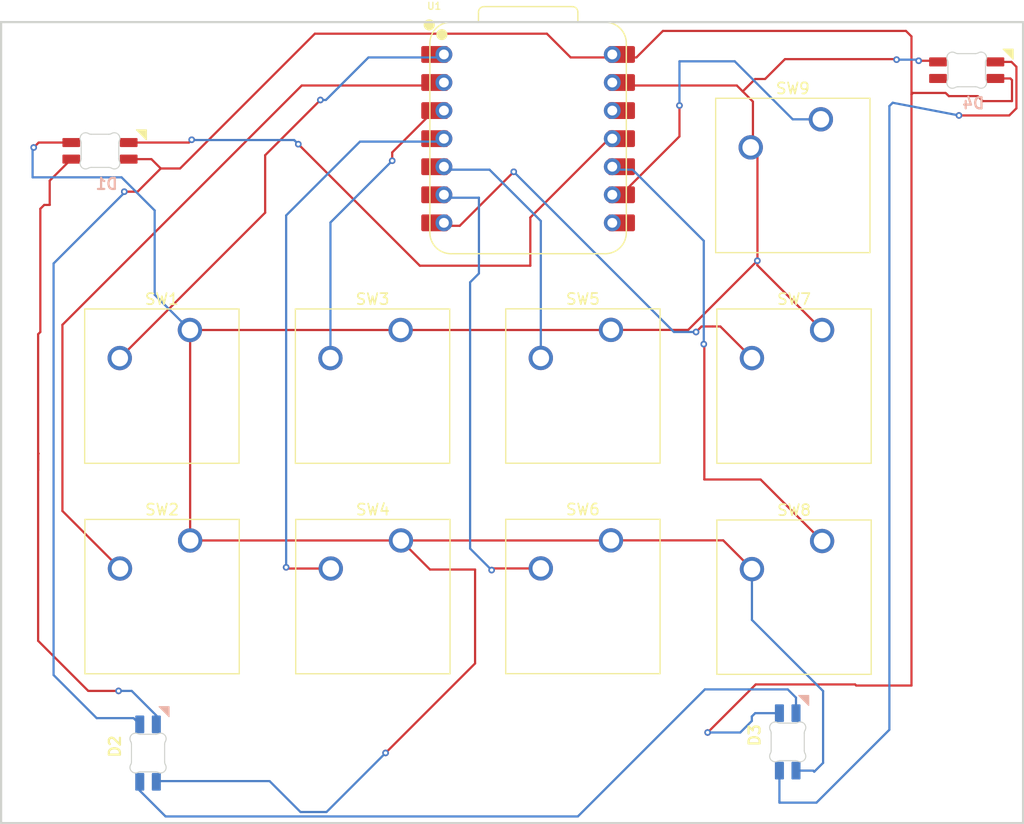
<source format=kicad_pcb>
(kicad_pcb (version 20241229) (generator "pcbnew") (generator_version "9.0")
  (layers (0 "F.Cu" signal) (2 "B.Cu" signal) (13 "F.Paste" user) (15 "B.Paste" user) (5 "F.SilkS" user "F.Silkscreen") (7 "B.SilkS" user "B.Silkscreen") (1 "F.Mask" user) (3 "B.Mask" user) (25 "Edge.Cuts" user))
  (net 0 "")
  (net 2 "GND")
  (net 3 "Net-(D1-DIN)")
  (net 4 "Net-(D1-DOUT)")
  (net 5 "Net-(D1-VDD)")
  (net 6 "Net-(D2-DOUT)")
  (net 7 "Net-(D3-DOUT)")
  (net 8 "Net-(U1-GPIO26{slash}ADC0{slash}A0)")
  (net 9 "Net-(U1-GPIO27{slash}ADC1{slash}A1)")
  (net 10 "Net-(U1-GPIO28{slash}ADC2{slash}A2)")
  (net 11 "Net-(U1-GPIO29{slash}ADC3{slash}A3)")
  (net 12 "Net-(U1-GPIO6{slash}SDA)")
  (net 14 "Net-(U1-GPIO0{slash}TX)")
  (net 16 "Net-(U1-GPIO7{slash}SCL)")
  (net 17 "Net-(U1-GPIO4{slash}MISO)")
  (net 18 "Net-(U1-GPIO2{slash}SCK)")
  (footprint "Button_Switch_Keyboard:SW_Cherry_MX_1.00u_PCB" (layer "F.Cu") (at 153.3 48.81)
    (property "Reference" "SW5" (at -2.54 -2.794 0) (layer "F.SilkS"))
    (property "Value" "SW_Push")
    (fp_line (start -9.525 -1.905) (end 4.445 -1.905) (stroke (width 0.12)) (layer "F.SilkS"))
    (fp_line (start -9.525 12.065) (end -9.525 -1.905) (stroke (width 0.12)) (layer "F.SilkS"))
    (fp_line (start 4.445 -1.905) (end 4.445 12.065) (stroke (width 0.12)) (layer "F.SilkS"))
    (fp_line (start 4.445 12.065) (end -9.525 12.065) (stroke (width 0.12)) (layer "F.SilkS"))
    (pad "" np_thru_hole circle (at -7.62 5.08) (size 1.7 1.7) (drill 1.7) (layers "*.Cu" "*.Mask"))
    (pad "" np_thru_hole circle (at -2.54 5.08) (size 4 4) (drill 4) (layers "*.Cu" "*.Mask"))
    (pad "" np_thru_hole circle (at 2.54 5.08) (size 1.7 1.7) (drill 1.7) (layers "*.Cu" "*.Mask"))
    (pad "1" thru_hole circle (at 0 0) (size 2.2 2.2) (drill 1.5) (layers "*.Cu" "*.Mask") (net 2 "GND"))
    (pad "2" thru_hole circle (at -6.35 2.54) (size 2.2 2.2) (drill 1.5) (layers "*.Cu" "*.Mask") (net 12 "Net-(U1-GPIO6{slash}SDA)"))
  )
  (footprint "Button_Switch_Keyboard:SW_Cherry_MX_1.00u_PCB" (layer "F.Cu") (at 115.19 48.82)
    (property "Reference" "SW1" (at -2.54 -2.794 0) (layer "F.SilkS"))
    (property "Value" "SW_Push")
    (fp_line (start -9.525 -1.905) (end 4.445 -1.905) (stroke (width 0.12)) (layer "F.SilkS"))
    (fp_line (start -9.525 12.065) (end -9.525 -1.905) (stroke (width 0.12)) (layer "F.SilkS"))
    (fp_line (start 4.445 -1.905) (end 4.445 12.065) (stroke (width 0.12)) (layer "F.SilkS"))
    (fp_line (start 4.445 12.065) (end -9.525 12.065) (stroke (width 0.12)) (layer "F.SilkS"))
    (pad "" np_thru_hole circle (at -7.62 5.08) (size 1.7 1.7) (drill 1.7) (layers "*.Cu" "*.Mask"))
    (pad "" np_thru_hole circle (at -2.54 5.08) (size 4 4) (drill 4) (layers "*.Cu" "*.Mask"))
    (pad "" np_thru_hole circle (at 2.54 5.08) (size 1.7 1.7) (drill 1.7) (layers "*.Cu" "*.Mask"))
    (pad "1" thru_hole circle (at 0 0) (size 2.2 2.2) (drill 1.5) (layers "*.Cu" "*.Mask") (net 2 "GND"))
    (pad "2" thru_hole circle (at -6.35 2.54) (size 2.2 2.2) (drill 1.5) (layers "*.Cu" "*.Mask") (net 8 "Net-(U1-GPIO26{slash}ADC0{slash}A0)"))
  )
  (footprint "Button_Switch_Keyboard:SW_Cherry_MX_1.00u_PCB" (layer "F.Cu") (at 172.41 67.92)
    (property "Reference" "SW8" (at -2.54 -2.794 0) (layer "F.SilkS"))
    (property "Value" "SW_Push")
    (fp_line (start -9.525 -1.905) (end 4.445 -1.905) (stroke (width 0.12)) (layer "F.SilkS"))
    (fp_line (start -9.525 12.065) (end -9.525 -1.905) (stroke (width 0.12)) (layer "F.SilkS"))
    (fp_line (start 4.445 -1.905) (end 4.445 12.065) (stroke (width 0.12)) (layer "F.SilkS"))
    (fp_line (start 4.445 12.065) (end -9.525 12.065) (stroke (width 0.12)) (layer "F.SilkS"))
    (pad "" np_thru_hole circle (at -7.62 5.08) (size 1.7 1.7) (drill 1.7) (layers "*.Cu" "*.Mask"))
    (pad "" np_thru_hole circle (at -2.54 5.08) (size 4 4) (drill 4) (layers "*.Cu" "*.Mask"))
    (pad "" np_thru_hole circle (at 2.54 5.08) (size 1.7 1.7) (drill 1.7) (layers "*.Cu" "*.Mask"))
    (pad "1" thru_hole circle (at 0 0) (size 2.2 2.2) (drill 1.5) (layers "*.Cu" "*.Mask") (net 17 "Net-(U1-GPIO4{slash}MISO)"))
    (pad "2" thru_hole circle (at -6.35 2.54) (size 2.2 2.2) (drill 1.5) (layers "*.Cu" "*.Mask") (net 2 "GND"))
  )
  (footprint "Seeed Studio XIAO Series Library:XIAO-RP2040-DIP" (layer "F.Cu") (at 145.8 31.5)
    (property "Reference" "U1" (at -8.5 -12 0) (layer "F.SilkS") (effects (font (size 0.635 0.635) (thickness 0.1016))))
    (property "Value" "XIAO-RP2040-DIP")
    (fp_line (start -8.89 8.509) (end -8.89 -8.636) (stroke (width 0.127)) (layer "F.SilkS"))
    (fp_line (start -6.985 10.414) (end 6.985 10.414) (stroke (width 0.127)) (layer "F.SilkS"))
    (fp_line (start -4.495 -10.541) (end -4.491272 -11.451272) (stroke (width 0.127)) (layer "F.SilkS"))
    (fp_line (start -3.991272 -11.951) (end 4.004 -11.951) (stroke (width 0.127)) (layer "F.SilkS"))
    (fp_line (start 4.504 -11.451) (end 4.504 -10.541) (stroke (width 0.127)) (layer "F.SilkS"))
    (fp_line (start 6.985 -10.541) (end -6.985 -10.541) (stroke (width 0.1)) (layer "F.SilkS"))
    (fp_line (start 6.985 -10.541) (end -6.985 -10.541) (stroke (width 0.127)) (layer "F.SilkS"))
    (fp_line (start 8.89 8.509) (end 8.89 -8.636) (stroke (width 0.127)) (layer "F.SilkS"))
    (fp_arc (start -8.89 -8.636) (mid -8.332038 -9.983038) (end -6.985 -10.541) (stroke (width 0.127)) (layer "F.SilkS"))
    (fp_arc (start -6.985 10.414) (mid -8.332038 9.856038) (end -8.89 8.509) (stroke (width 0.127)) (layer "F.SilkS"))
    (fp_arc (start -4.491272 -11.451272) (mid -4.344728 -11.80464) (end -3.991272 -11.951) (stroke (width 0.127)) (layer "F.SilkS"))
    (fp_arc (start 4.004 -11.951) (mid 4.357553 -11.804553) (end 4.504 -11.451) (stroke (width 0.127)) (layer "F.SilkS"))
    (fp_arc (start 6.985 -10.541) (mid 8.332038 -9.983038) (end 8.89 -8.636) (stroke (width 0.127)) (layer "F.SilkS"))
    (fp_arc (start 8.89 8.509) (mid 8.332038 9.856038) (end 6.985 10.414) (stroke (width 0.127)) (layer "F.SilkS"))
    (fp_circle (center -8.95 -10.3) (end -8.95 -10.554) (stroke (width 0.5)) (fill yes) (layer "F.SilkS"))
    (fp_circle (center -7.807 -9.42) (end -7.807 -9.674) (stroke (width 0.5)) (fill yes) (layer "F.SilkS"))
    (pad "1" smd roundrect (at -8.455 -7.62 180) (size 2.432 1.524) (layers "F.Cu" "F.Mask") (roundrect_rratio 0.1) (net 8 "Net-(U1-GPIO26{slash}ADC0{slash}A0)"))
    (pad "1" thru_hole circle (at -7.62 -7.62 180) (size 1.524 1.524) (drill 0.889) (layers "*.Cu" "*.Mask") (net 8 "Net-(U1-GPIO26{slash}ADC0{slash}A0)"))
    (pad "2" smd roundrect (at -8.455 -5.08 180) (size 2.432 1.524) (layers "F.Cu" "F.Mask") (roundrect_rratio 0.1) (net 9 "Net-(U1-GPIO27{slash}ADC1{slash}A1)"))
    (pad "2" thru_hole circle (at -7.62 -5.08 180) (size 1.524 1.524) (drill 0.889) (layers "*.Cu" "*.Mask") (net 9 "Net-(U1-GPIO27{slash}ADC1{slash}A1)"))
    (pad "3" smd roundrect (at -8.455 -2.54 180) (size 2.432 1.524) (layers "F.Cu" "F.Mask") (roundrect_rratio 0.1) (net 10 "Net-(U1-GPIO28{slash}ADC2{slash}A2)"))
    (pad "3" thru_hole circle (at -7.62 -2.54 180) (size 1.524 1.524) (drill 0.889) (layers "*.Cu" "*.Mask") (net 10 "Net-(U1-GPIO28{slash}ADC2{slash}A2)"))
    (pad "4" smd roundrect (at -8.455 0 180) (size 2.432 1.524) (layers "F.Cu" "F.Mask") (roundrect_rratio 0.1) (net 11 "Net-(U1-GPIO29{slash}ADC3{slash}A3)"))
    (pad "4" thru_hole circle (at -7.62 0 180) (size 1.524 1.524) (drill 0.889) (layers "*.Cu" "*.Mask") (net 11 "Net-(U1-GPIO29{slash}ADC3{slash}A3)"))
    (pad "5" smd roundrect (at -8.455 2.54 180) (size 2.432 1.524) (layers "F.Cu" "F.Mask") (roundrect_rratio 0.1) (net 12 "Net-(U1-GPIO6{slash}SDA)"))
    (pad "5" thru_hole circle (at -7.62 2.54 180) (size 1.524 1.524) (drill 0.889) (layers "*.Cu" "*.Mask") (net 12 "Net-(U1-GPIO6{slash}SDA)"))
    (pad "6" smd roundrect (at -8.455 5.08 180) (size 2.432 1.524) (layers "F.Cu" "F.Mask") (roundrect_rratio 0.1) (net 16 "Net-(U1-GPIO7{slash}SCL)"))
    (pad "6" thru_hole circle (at -7.62 5.08 180) (size 1.524 1.524) (drill 0.889) (layers "*.Cu" "*.Mask") (net 16 "Net-(U1-GPIO7{slash}SCL)"))
    (pad "7" smd roundrect (at -8.455 7.62 180) (size 2.432 1.524) (layers "F.Cu" "F.Mask") (roundrect_rratio 0.1) (net 14 "Net-(U1-GPIO0{slash}TX)"))
    (pad "7" thru_hole circle (at -7.62 7.62 180) (size 1.524 1.524) (drill 0.889) (layers "*.Cu" "*.Mask") (net 14 "Net-(U1-GPIO0{slash}TX)"))
    (pad "8" thru_hole circle (at 7.62 7.62) (size 1.524 1.524) (drill 0.889) (layers "*.Cu" "*.Mask"))
    (pad "8" smd roundrect (at 8.455 7.62) (size 2.432 1.524) (layers "F.Cu" "F.Mask") (roundrect_rratio 0.1))
    (pad "9" thru_hole circle (at 7.62 5.08) (size 1.524 1.524) (drill 0.889) (layers "*.Cu" "*.Mask") (net 18 "Net-(U1-GPIO2{slash}SCK)"))
    (pad "9" smd roundrect (at 8.455 5.08) (size 2.432 1.524) (layers "F.Cu" "F.Mask") (roundrect_rratio 0.1) (net 18 "Net-(U1-GPIO2{slash}SCK)"))
    (pad "10" thru_hole circle (at 7.62 2.54) (size 1.524 1.524) (drill 0.889) (layers "*.Cu" "*.Mask") (net 17 "Net-(U1-GPIO4{slash}MISO)"))
    (pad "10" smd roundrect (at 8.455 2.54) (size 2.432 1.524) (layers "F.Cu" "F.Mask") (roundrect_rratio 0.1) (net 17 "Net-(U1-GPIO4{slash}MISO)"))
    (pad "11" thru_hole circle (at 7.62 0) (size 1.524 1.524) (drill 0.889) (layers "*.Cu" "*.Mask") (net 3 "Net-(D1-DIN)"))
    (pad "11" smd roundrect (at 8.455 0) (size 2.432 1.524) (layers "F.Cu" "F.Mask") (roundrect_rratio 0.1) (net 3 "Net-(D1-DIN)"))
    (pad "12" thru_hole circle (at 7.62 -2.54) (size 1.524 1.524) (drill 0.889) (layers "*.Cu" "*.Mask"))
    (pad "12" smd roundrect (at 8.455 -2.54) (size 2.432 1.524) (layers "F.Cu" "F.Mask") (roundrect_rratio 0.1))
    (pad "13" thru_hole circle (at 7.62 -5.08) (size 1.524 1.524) (drill 0.889) (layers "*.Cu" "*.Mask") (net 2 "GND"))
    (pad "13" smd roundrect (at 8.455 -5.08) (size 2.432 1.524) (layers "F.Cu" "F.Mask") (roundrect_rratio 0.1) (net 2 "GND"))
    (pad "14" thru_hole circle (at 7.62 -7.62) (size 1.524 1.524) (drill 0.889) (layers "*.Cu" "*.Mask") (net 5 "Net-(D1-VDD)"))
    (pad "14" smd roundrect (at 8.455 -7.62) (size 2.432 1.524) (layers "F.Cu" "F.Mask") (roundrect_rratio 0.1) (net 5 "Net-(D1-VDD)"))
  )
  (footprint "Button_Switch_Keyboard:SW_Cherry_MX_1.00u_PCB" (layer "F.Cu") (at 153.3 67.86)
    (property "Reference" "SW6" (at -2.54 -2.794 0) (layer "F.SilkS"))
    (property "Value" "SW_Push")
    (fp_line (start -9.525 -1.905) (end 4.445 -1.905) (stroke (width 0.12)) (layer "F.SilkS"))
    (fp_line (start -9.525 12.065) (end -9.525 -1.905) (stroke (width 0.12)) (layer "F.SilkS"))
    (fp_line (start 4.445 -1.905) (end 4.445 12.065) (stroke (width 0.12)) (layer "F.SilkS"))
    (fp_line (start 4.445 12.065) (end -9.525 12.065) (stroke (width 0.12)) (layer "F.SilkS"))
    (pad "" np_thru_hole circle (at -7.62 5.08) (size 1.7 1.7) (drill 1.7) (layers "*.Cu" "*.Mask"))
    (pad "" np_thru_hole circle (at -2.54 5.08) (size 4 4) (drill 4) (layers "*.Cu" "*.Mask"))
    (pad "" np_thru_hole circle (at 2.54 5.08) (size 1.7 1.7) (drill 1.7) (layers "*.Cu" "*.Mask"))
    (pad "1" thru_hole circle (at 0 0) (size 2.2 2.2) (drill 1.5) (layers "*.Cu" "*.Mask") (net 2 "GND"))
    (pad "2" thru_hole circle (at -6.35 2.54) (size 2.2 2.2) (drill 1.5) (layers "*.Cu" "*.Mask") (net 16 "Net-(U1-GPIO7{slash}SCL)"))
  )
  (footprint "Button_Switch_Keyboard:SW_Cherry_MX_1.00u_PCB" (layer "F.Cu") (at 172.41 48.82)
    (property "Reference" "SW7" (at -2.54 -2.794 0) (layer "F.SilkS"))
    (property "Value" "SW_Push")
    (fp_line (start -9.525 -1.905) (end 4.445 -1.905) (stroke (width 0.12)) (layer "F.SilkS"))
    (fp_line (start -9.525 12.065) (end -9.525 -1.905) (stroke (width 0.12)) (layer "F.SilkS"))
    (fp_line (start 4.445 -1.905) (end 4.445 12.065) (stroke (width 0.12)) (layer "F.SilkS"))
    (fp_line (start 4.445 12.065) (end -9.525 12.065) (stroke (width 0.12)) (layer "F.SilkS"))
    (pad "" np_thru_hole circle (at -7.62 5.08) (size 1.7 1.7) (drill 1.7) (layers "*.Cu" "*.Mask"))
    (pad "" np_thru_hole circle (at -2.54 5.08) (size 4 4) (drill 4) (layers "*.Cu" "*.Mask"))
    (pad "" np_thru_hole circle (at 2.54 5.08) (size 1.7 1.7) (drill 1.7) (layers "*.Cu" "*.Mask"))
    (pad "1" thru_hole circle (at 0 0) (size 2.2 2.2) (drill 1.5) (layers "*.Cu" "*.Mask") (net 2 "GND"))
    (pad "2" thru_hole circle (at -6.35 2.54) (size 2.2 2.2) (drill 1.5) (layers "*.Cu" "*.Mask") (net 14 "Net-(U1-GPIO0{slash}TX)"))
  )
  (footprint "Button_Switch_Keyboard:SW_Cherry_MX_1.00u_PCB" (layer "F.Cu") (at 134.26 48.82)
    (property "Reference" "SW3" (at -2.54 -2.794 0) (layer "F.SilkS"))
    (property "Value" "SW_Push")
    (fp_line (start -9.525 -1.905) (end 4.445 -1.905) (stroke (width 0.12)) (layer "F.SilkS"))
    (fp_line (start -9.525 12.065) (end -9.525 -1.905) (stroke (width 0.12)) (layer "F.SilkS"))
    (fp_line (start 4.445 -1.905) (end 4.445 12.065) (stroke (width 0.12)) (layer "F.SilkS"))
    (fp_line (start 4.445 12.065) (end -9.525 12.065) (stroke (width 0.12)) (layer "F.SilkS"))
    (pad "" np_thru_hole circle (at -7.62 5.08) (size 1.7 1.7) (drill 1.7) (layers "*.Cu" "*.Mask"))
    (pad "" np_thru_hole circle (at -2.54 5.08) (size 4 4) (drill 4) (layers "*.Cu" "*.Mask"))
    (pad "" np_thru_hole circle (at 2.54 5.08) (size 1.7 1.7) (drill 1.7) (layers "*.Cu" "*.Mask"))
    (pad "1" thru_hole circle (at 0 0) (size 2.2 2.2) (drill 1.5) (layers "*.Cu" "*.Mask") (net 2 "GND"))
    (pad "2" thru_hole circle (at -6.35 2.54) (size 2.2 2.2) (drill 1.5) (layers "*.Cu" "*.Mask") (net 10 "Net-(U1-GPIO28{slash}ADC2{slash}A2)"))
  )
  (footprint "footprints:SK6812MINI-E_fixed" (layer "F.Cu") (at 169.4 86.1 90)
    (property "Reference" "D3" (at 0.6 -3.1 90) (layer "F.SilkS") (effects (font (thickness 0.2) (bold yes))))
    (property "Value" "SK6812MINI")
    (fp_poly (pts (xy 4.200001 0.897158) (xy 3.300001 1.797158) (xy 4.200001 1.797158)) (stroke (width 0.1)) (fill yes) (layer "B.SilkS"))
    (fp_line (start -0.794451 -1.602841) (end 0.794454 -1.602841) (stroke (width 0.1)) (layer "Edge.Cuts"))
    (fp_line (start 1.7 -0.805684) (end 1.7 0.6) (stroke (width 0.1)) (layer "Edge.Cuts"))
    (fp_line (start -1.699998 0.6) (end -1.699998 -0.805684) (stroke (width 0.1)) (layer "Edge.Cuts"))
    (fp_line (start 0.794453 1.397158) (end -0.794451 1.397158) (stroke (width 0.1)) (layer "Edge.Cuts"))
    (fp_arc (start 1.046712 -1.67114) (mid 0.925124 -1.620218) (end 0.794454 -1.602841) (stroke (width 0.1)) (layer "Edge.Cuts"))
    (fp_arc (start 1.046712 -1.67114) (mid 1.638072 -1.606876) (end 1.749485 -1.022562) (stroke (width 0.1)) (layer "Edge.Cuts"))
    (fp_arc (start -0.794452 -1.602842) (mid -0.925122 -1.620219) (end -1.04671 -1.671141) (stroke (width 0.1)) (layer "Edge.Cuts"))
    (fp_arc (start -1.749483 -1.022562) (mid -1.63807 -1.606877) (end -1.04671 -1.671141) (stroke (width 0.1)) (layer "Edge.Cuts"))
    (fp_arc (start -1.749483 -1.022562) (mid -1.712526 -0.91691) (end -1.699998 -0.805684) (stroke (width 0.1)) (layer "Edge.Cuts"))
    (fp_arc (start 1.7 -0.805685) (mid 1.712528 -0.91691) (end 1.749485 -1.022562) (stroke (width 0.1)) (layer "Edge.Cuts"))
    (fp_arc (start -1.699998 0.600001) (mid -1.712526 0.711226) (end -1.749483 0.816878) (stroke (width 0.1)) (layer "Edge.Cuts"))
    (fp_arc (start 1.749485 0.816877) (mid 1.638073 1.401193) (end 1.046712 1.465457) (stroke (width 0.1)) (layer "Edge.Cuts"))
    (fp_arc (start 1.749485 0.816878) (mid 1.712528 0.711226) (end 1.7 0.6) (stroke (width 0.1)) (layer "Edge.Cuts"))
    (fp_arc (start 0.794453 1.397158) (mid 0.925124 1.414535) (end 1.046712 1.465457) (stroke (width 0.1)) (layer "Edge.Cuts"))
    (fp_arc (start -1.04671 1.465455) (mid -1.638069 1.401192) (end -1.749483 0.816878) (stroke (width 0.1)) (layer "Edge.Cuts"))
    (fp_arc (start -1.046709 1.465457) (mid -0.925121 1.414535) (end -0.794451 1.397158) (stroke (width 0.1)) (layer "Edge.Cuts"))
    (pad "1" smd roundrect (at -2.599999 -0.852842) (size 0.82 1.6) (layers "B.Cu" "B.Mask" "B.Paste") (roundrect_rratio 0.1) (net 7 "Net-(D3-DOUT)"))
    (pad "2" smd roundrect (at -2.599999 0.647158) (size 0.82 1.6) (layers "B.Cu" "B.Mask" "B.Paste") (roundrect_rratio 0.1) (net 2 "GND"))
    (pad "3" smd roundrect (at 2.600001 0.647158) (size 0.82 1.6) (layers "B.Cu" "B.Mask" "B.Paste") (roundrect_rratio 0.1) (net 6 "Net-(D2-DOUT)"))
    (pad "4" smd roundrect (at 2.600001 -0.852842) (size 0.82 1.6) (layers "B.Cu" "B.Mask" "B.Paste") (roundrect_rratio 0.1) (net 5 "Net-(D1-VDD)"))
  )
  (footprint "footprints:SK6812MINI-E_fixed" (layer "F.Cu") (at 111.502842 87.112501 90)
    (property "Reference" "D2" (at 0.6 -3.1 90) (layer "F.SilkS") (effects (font (thickness 0.2) (bold yes))))
    (property "Value" "SK6812MINI")
    (fp_poly (pts (xy 4.200001 0.897158) (xy 3.300001 1.797158) (xy 4.200001 1.797158)) (stroke (width 0.1)) (fill yes) (layer "B.SilkS"))
    (fp_line (start -0.794451 -1.602841) (end 0.794454 -1.602841) (stroke (width 0.1)) (layer "Edge.Cuts"))
    (fp_line (start 1.7 -0.805684) (end 1.7 0.6) (stroke (width 0.1)) (layer "Edge.Cuts"))
    (fp_line (start -1.699998 0.6) (end -1.699998 -0.805684) (stroke (width 0.1)) (layer "Edge.Cuts"))
    (fp_line (start 0.794453 1.397158) (end -0.794451 1.397158) (stroke (width 0.1)) (layer "Edge.Cuts"))
    (fp_arc (start 1.046712 -1.67114) (mid 0.925124 -1.620218) (end 0.794454 -1.602841) (stroke (width 0.1)) (layer "Edge.Cuts"))
    (fp_arc (start 1.046712 -1.67114) (mid 1.638072 -1.606876) (end 1.749485 -1.022562) (stroke (width 0.1)) (layer "Edge.Cuts"))
    (fp_arc (start -0.794452 -1.602842) (mid -0.925122 -1.620219) (end -1.04671 -1.671141) (stroke (width 0.1)) (layer "Edge.Cuts"))
    (fp_arc (start -1.749483 -1.022562) (mid -1.63807 -1.606877) (end -1.04671 -1.671141) (stroke (width 0.1)) (layer "Edge.Cuts"))
    (fp_arc (start -1.749483 -1.022562) (mid -1.712526 -0.91691) (end -1.699998 -0.805684) (stroke (width 0.1)) (layer "Edge.Cuts"))
    (fp_arc (start 1.7 -0.805685) (mid 1.712528 -0.91691) (end 1.749485 -1.022562) (stroke (width 0.1)) (layer "Edge.Cuts"))
    (fp_arc (start -1.699998 0.600001) (mid -1.712526 0.711226) (end -1.749483 0.816878) (stroke (width 0.1)) (layer "Edge.Cuts"))
    (fp_arc (start 1.749485 0.816877) (mid 1.638073 1.401193) (end 1.046712 1.465457) (stroke (width 0.1)) (layer "Edge.Cuts"))
    (fp_arc (start 1.749485 0.816878) (mid 1.712528 0.711226) (end 1.7 0.6) (stroke (width 0.1)) (layer "Edge.Cuts"))
    (fp_arc (start 0.794453 1.397158) (mid 0.925124 1.414535) (end 1.046712 1.465457) (stroke (width 0.1)) (layer "Edge.Cuts"))
    (fp_arc (start -1.04671 1.465455) (mid -1.638069 1.401192) (end -1.749483 0.816878) (stroke (width 0.1)) (layer "Edge.Cuts"))
    (fp_arc (start -1.046709 1.465457) (mid -0.925121 1.414535) (end -0.794451 1.397158) (stroke (width 0.1)) (layer "Edge.Cuts"))
    (pad "1" smd roundrect (at -2.599999 -0.852842) (size 0.82 1.6) (layers "B.Cu" "B.Mask" "B.Paste") (roundrect_rratio 0.1) (net 6 "Net-(D2-DOUT)"))
    (pad "2" smd roundrect (at -2.599999 0.647158) (size 0.82 1.6) (layers "B.Cu" "B.Mask" "B.Paste") (roundrect_rratio 0.1) (net 2 "GND"))
    (pad "3" smd roundrect (at 2.600001 0.647158) (size 0.82 1.6) (layers "B.Cu" "B.Mask" "B.Paste") (roundrect_rratio 0.1) (net 4 "Net-(D1-DOUT)"))
    (pad "4" smd roundrect (at 2.600001 -0.852842) (size 0.82 1.6) (layers "B.Cu" "B.Mask" "B.Paste") (roundrect_rratio 0.1) (net 5 "Net-(D1-VDD)"))
  )
  (footprint "Button_Switch_Keyboard:SW_Cherry_MX_1.00u_PCB" (layer "F.Cu") (at 115.21 67.87)
    (property "Reference" "SW2" (at -2.54 -2.794 0) (layer "F.SilkS"))
    (property "Value" "SW_Push")
    (fp_line (start -9.525 -1.905) (end 4.445 -1.905) (stroke (width 0.12)) (layer "F.SilkS"))
    (fp_line (start -9.525 12.065) (end -9.525 -1.905) (stroke (width 0.12)) (layer "F.SilkS"))
    (fp_line (start 4.445 -1.905) (end 4.445 12.065) (stroke (width 0.12)) (layer "F.SilkS"))
    (fp_line (start 4.445 12.065) (end -9.525 12.065) (stroke (width 0.12)) (layer "F.SilkS"))
    (pad "" np_thru_hole circle (at -7.62 5.08) (size 1.7 1.7) (drill 1.7) (layers "*.Cu" "*.Mask"))
    (pad "" np_thru_hole circle (at -2.54 5.08) (size 4 4) (drill 4) (layers "*.Cu" "*.Mask"))
    (pad "" np_thru_hole circle (at 2.54 5.08) (size 1.7 1.7) (drill 1.7) (layers "*.Cu" "*.Mask"))
    (pad "1" thru_hole circle (at 0 0) (size 2.2 2.2) (drill 1.5) (layers "*.Cu" "*.Mask") (net 2 "GND"))
    (pad "2" thru_hole circle (at -6.35 2.54) (size 2.2 2.2) (drill 1.5) (layers "*.Cu" "*.Mask") (net 9 "Net-(U1-GPIO27{slash}ADC1{slash}A1)"))
  )
  (footprint "Button_Switch_Keyboard:SW_Cherry_MX_1.00u_PCB" (layer "F.Cu") (at 172.3 29.75)
    (property "Reference" "SW9" (at -2.54 -2.794 0) (layer "F.SilkS"))
    (property "Value" "SW_Push")
    (fp_line (start -9.525 -1.905) (end 4.445 -1.905) (stroke (width 0.12)) (layer "F.SilkS"))
    (fp_line (start -9.525 12.065) (end -9.525 -1.905) (stroke (width 0.12)) (layer "F.SilkS"))
    (fp_line (start 4.445 -1.905) (end 4.445 12.065) (stroke (width 0.12)) (layer "F.SilkS"))
    (fp_line (start 4.445 12.065) (end -9.525 12.065) (stroke (width 0.12)) (layer "F.SilkS"))
    (pad "" np_thru_hole circle (at -7.62 5.08) (size 1.7 1.7) (drill 1.7) (layers "*.Cu" "*.Mask"))
    (pad "" np_thru_hole circle (at -2.54 5.08) (size 4 4) (drill 4) (layers "*.Cu" "*.Mask"))
    (pad "" np_thru_hole circle (at 2.54 5.08) (size 1.7 1.7) (drill 1.7) (layers "*.Cu" "*.Mask"))
    (pad "1" thru_hole circle (at 0 0) (size 2.2 2.2) (drill 1.5) (layers "*.Cu" "*.Mask") (net 18 "Net-(U1-GPIO2{slash}SCK)"))
    (pad "2" thru_hole circle (at -6.35 2.54) (size 2.2 2.2) (drill 1.5) (layers "*.Cu" "*.Mask") (net 2 "GND"))
  )
  (footprint "Button_Switch_Keyboard:SW_Cherry_MX_1.00u_PCB" (layer "F.Cu") (at 134.29 67.87)
    (property "Reference" "SW4" (at -2.54 -2.794 0) (layer "F.SilkS"))
    (property "Value" "SW_Push")
    (fp_line (start -9.525 -1.905) (end 4.445 -1.905) (stroke (width 0.12)) (layer "F.SilkS"))
    (fp_line (start -9.525 12.065) (end -9.525 -1.905) (stroke (width 0.12)) (layer "F.SilkS"))
    (fp_line (start 4.445 -1.905) (end 4.445 12.065) (stroke (width 0.12)) (layer "F.SilkS"))
    (fp_line (start 4.445 12.065) (end -9.525 12.065) (stroke (width 0.12)) (layer "F.SilkS"))
    (pad "" np_thru_hole circle (at -7.62 5.08) (size 1.7 1.7) (drill 1.7) (layers "*.Cu" "*.Mask"))
    (pad "" np_thru_hole circle (at -2.54 5.08) (size 4 4) (drill 4) (layers "*.Cu" "*.Mask"))
    (pad "" np_thru_hole circle (at 2.54 5.08) (size 1.7 1.7) (drill 1.7) (layers "*.Cu" "*.Mask"))
    (pad "1" thru_hole circle (at 0 0) (size 2.2 2.2) (drill 1.5) (layers "*.Cu" "*.Mask") (net 2 "GND"))
    (pad "2" thru_hole circle (at -6.35 2.54) (size 2.2 2.2) (drill 1.5) (layers "*.Cu" "*.Mask") (net 11 "Net-(U1-GPIO29{slash}ADC3{slash}A3)"))
  )
  (footprint "footprints:SK6812MINI-E_fixed" (layer "B.Cu") (at 107.05 32.5)
    (property "Reference" "D1" (at 0.6 3.1 180) (layer "B.SilkS") (effects (font (thickness 0.2) (bold yes)) (justify mirror)))
    (property "Value" "SK6812MINI")
    (fp_poly (pts (xy 4.200001 -0.897158) (xy 3.300001 -1.797158) (xy 4.200001 -1.797158)) (stroke (width 0.1)) (fill yes) (layer "F.SilkS"))
    (fp_line (start -1.699998 -0.6) (end -1.699998 0.805684) (stroke (width 0.1)) (layer "Edge.Cuts"))
    (fp_line (start -0.794451 1.602841) (end 0.794454 1.602841) (stroke (width 0.1)) (layer "Edge.Cuts"))
    (fp_line (start 0.794453 -1.397158) (end -0.794451 -1.397158) (stroke (width 0.1)) (layer "Edge.Cuts"))
    (fp_line (start 1.7 0.805684) (end 1.7 -0.6) (stroke (width 0.1)) (layer "Edge.Cuts"))
    (fp_arc (start -1.749483 -0.816878) (mid -1.712526 -0.711226) (end -1.699998 -0.600001) (stroke (width 0.1)) (layer "Edge.Cuts"))
    (fp_arc (start -1.749483 -0.816878) (mid -1.638069 -1.401192) (end -1.04671 -1.465455) (stroke (width 0.1)) (layer "Edge.Cuts"))
    (fp_arc (start -1.699998 0.805684) (mid -1.712526 0.91691) (end -1.749483 1.022562) (stroke (width 0.1)) (layer "Edge.Cuts"))
    (fp_arc (start -1.04671 1.671141) (mid -1.63807 1.606877) (end -1.749483 1.022562) (stroke (width 0.1)) (layer "Edge.Cuts"))
    (fp_arc (start -1.04671 1.671141) (mid -0.925122 1.620219) (end -0.794452 1.602842) (stroke (width 0.1)) (layer "Edge.Cuts"))
    (fp_arc (start -0.794451 -1.397158) (mid -0.925121 -1.414535) (end -1.046709 -1.465457) (stroke (width 0.1)) (layer "Edge.Cuts"))
    (fp_arc (start 0.794454 1.602841) (mid 0.925124 1.620218) (end 1.046712 1.67114) (stroke (width 0.1)) (layer "Edge.Cuts"))
    (fp_arc (start 1.046712 -1.465457) (mid 0.925124 -1.414535) (end 0.794453 -1.397158) (stroke (width 0.1)) (layer "Edge.Cuts"))
    (fp_arc (start 1.046712 -1.465457) (mid 1.638073 -1.401193) (end 1.749485 -0.816877) (stroke (width 0.1)) (layer "Edge.Cuts"))
    (fp_arc (start 1.7 -0.6) (mid 1.712528 -0.711226) (end 1.749485 -0.816878) (stroke (width 0.1)) (layer "Edge.Cuts"))
    (fp_arc (start 1.749485 1.022562) (mid 1.638072 1.606877) (end 1.046712 1.67114) (stroke (width 0.1)) (layer "Edge.Cuts"))
    (fp_arc (start 1.749485 1.022562) (mid 1.712532 0.91691) (end 1.7 0.805685) (stroke (width 0.1)) (layer "Edge.Cuts"))
    (pad "1" smd roundrect (at -2.599999 0.852842 90) (size 0.82 1.6) (layers "F.Cu" "F.Mask" "F.Paste") (roundrect_rratio 0.1) (net 4 "Net-(D1-DOUT)"))
    (pad "2" smd roundrect (at -2.599999 -0.647158 90) (size 0.82 1.6) (layers "F.Cu" "F.Mask" "F.Paste") (roundrect_rratio 0.1) (net 2 "GND"))
    (pad "3" smd roundrect (at 2.600001 -0.647158 90) (size 0.82 1.6) (layers "F.Cu" "F.Mask" "F.Paste") (roundrect_rratio 0.1) (net 3 "Net-(D1-DIN)"))
    (pad "4" smd roundrect (at 2.600001 0.852842 90) (size 0.82 1.6) (layers "F.Cu" "F.Mask" "F.Paste") (roundrect_rratio 0.1) (net 5 "Net-(D1-VDD)"))
  )
  (footprint "footprints:SK6812MINI-E_fixed" (layer "B.Cu") (at 185.5 25.2)
    (property "Reference" "D4" (at 0.6 3.1 180) (layer "B.SilkS") (effects (font (thickness 0.2) (bold yes)) (justify mirror)))
    (property "Value" "SK6812MINI")
    (fp_poly (pts (xy 4.200001 -0.897158) (xy 3.300001 -1.797158) (xy 4.200001 -1.797158)) (stroke (width 0.1)) (fill yes) (layer "F.SilkS"))
    (fp_line (start -1.699998 -0.6) (end -1.699998 0.805684) (stroke (width 0.1)) (layer "Edge.Cuts"))
    (fp_line (start -0.794451 1.602841) (end 0.794454 1.602841) (stroke (width 0.1)) (layer "Edge.Cuts"))
    (fp_line (start 0.794453 -1.397158) (end -0.794451 -1.397158) (stroke (width 0.1)) (layer "Edge.Cuts"))
    (fp_line (start 1.7 0.805684) (end 1.7 -0.6) (stroke (width 0.1)) (layer "Edge.Cuts"))
    (fp_arc (start -1.749483 -0.816878) (mid -1.712526 -0.711226) (end -1.699998 -0.600001) (stroke (width 0.1)) (layer "Edge.Cuts"))
    (fp_arc (start -1.749483 -0.816878) (mid -1.638069 -1.401192) (end -1.04671 -1.465455) (stroke (width 0.1)) (layer "Edge.Cuts"))
    (fp_arc (start -1.699998 0.805684) (mid -1.712526 0.91691) (end -1.749483 1.022562) (stroke (width 0.1)) (layer "Edge.Cuts"))
    (fp_arc (start -1.04671 1.671141) (mid -1.63807 1.606877) (end -1.749483 1.022562) (stroke (width 0.1)) (layer "Edge.Cuts"))
    (fp_arc (start -1.04671 1.671141) (mid -0.925122 1.620219) (end -0.794452 1.602842) (stroke (width 0.1)) (layer "Edge.Cuts"))
    (fp_arc (start -0.794451 -1.397158) (mid -0.925121 -1.414535) (end -1.046709 -1.465457) (stroke (width 0.1)) (layer "Edge.Cuts"))
    (fp_arc (start 0.794454 1.602841) (mid 0.925124 1.620218) (end 1.046712 1.67114) (stroke (width 0.1)) (layer "Edge.Cuts"))
    (fp_arc (start 1.046712 -1.465457) (mid 0.925124 -1.414535) (end 0.794453 -1.397158) (stroke (width 0.1)) (layer "Edge.Cuts"))
    (fp_arc (start 1.046712 -1.465457) (mid 1.638073 -1.401193) (end 1.749485 -0.816877) (stroke (width 0.1)) (layer "Edge.Cuts"))
    (fp_arc (start 1.7 -0.6) (mid 1.712528 -0.711226) (end 1.749485 -0.816878) (stroke (width 0.1)) (layer "Edge.Cuts"))
    (fp_arc (start 1.749485 1.022562) (mid 1.638072 1.606877) (end 1.046712 1.67114) (stroke (width 0.1)) (layer "Edge.Cuts"))
    (fp_arc (start 1.749485 1.022562) (mid 1.712532 0.91691) (end 1.7 0.805685) (stroke (width 0.1)) (layer "Edge.Cuts"))
    (pad "1" smd roundrect (at -2.599999 0.852842 90) (size 0.82 1.6) (layers "F.Cu" "F.Mask" "F.Paste") (roundrect_rratio 0.1))
    (pad "2" smd roundrect (at -2.599999 -0.647158 90) (size 0.82 1.6) (layers "F.Cu" "F.Mask" "F.Paste") (roundrect_rratio 0.1) (net 2 "GND"))
    (pad "3" smd roundrect (at 2.600001 -0.647158 90) (size 0.82 1.6) (layers "F.Cu" "F.Mask" "F.Paste") (roundrect_rratio 0.1) (net 7 "Net-(D3-DOUT)"))
    (pad "4" smd roundrect (at 2.600001 0.852842 90) (size 0.82 1.6) (layers "F.Cu" "F.Mask" "F.Paste") (roundrect_rratio 0.1) (net 5 "Net-(D1-VDD)"))
  )
  (gr_rect (start 98.1 20.95) (end 190.6 93.45) (stroke (width 0.2)) (fill no) (layer "Edge.Cuts"))
  (segment (start 181.15 24.45) (end 182.797159 24.45) (width 0.2) (layer "F.Cu") (net 2))
  (segment (start 167.25 26.1) (end 169.047158 24.302842) (width 0.2) (layer "F.Cu") (net 2))
  (segment (start 153.3 48.81) (end 153.21 48.81) (width 0.2) (layer "F.Cu") (net 2))
  (segment (start 153.21 48.81) (end 153.2 48.82) (width 0.2) (layer "F.Cu") (net 2))
  (segment (start 166.56 32.45) (end 166.56 42.54) (width 0.2) (layer "F.Cu") (net 2))
  (segment (start 101.497158 31.852842) (end 104.450001 31.852842) (width 0.2) (layer "F.Cu") (net 2))
  (segment (start 166.4 32.29) (end 166.56 32.45) (width 0.2) (layer "F.Cu") (net 2))
  (segment (start 166.55 42.55) (end 160.29 48.81) (width 0.2) (layer "F.Cu") (net 2))
  (segment (start 132.9 87.1) (end 141 79) (width 0.2) (layer "F.Cu") (net 2))
  (segment (start 153.42 26.42) (end 153.6885 26.6885) (width 0.2) (layer "F.Cu") (net 2))
  (segment (start 153.29 67.87) (end 153.3 67.86) (width 0.2) (layer "F.Cu") (net 2))
  (segment (start 182.797159 24.45) (end 182.900001 24.552842) (width 0.2) (layer "F.Cu") (net 2))
  (segment (start 166.55 42.96) (end 172.41 48.82) (width 0.2) (layer "F.Cu") (net 2))
  (segment (start 166.55 42.55) (end 166.55 42.96) (width 0.2) (layer "F.Cu") (net 2))
  (segment (start 136.92 70.5) (end 134.29 67.87) (width 0.2) (layer "F.Cu") (net 2))
  (segment (start 115.21 67.87) (end 134.29 67.87) (width 0.2) (layer "F.Cu") (net 2))
  (segment (start 132.75 87.25) (end 132.9 87.1) (width 0.2) (layer "F.Cu") (net 2))
  (segment (start 166.56 42.54) (end 166.55 42.55) (width 0.2) (layer "F.Cu") (net 2))
  (segment (start 169.047158 24.302842) (end 179.102842 24.302842) (width 0.2) (layer "F.Cu") (net 2))
  (segment (start 115.21 48.84) (end 115.19 48.82) (width 0.2) (layer "F.Cu") (net 2))
  (segment (start 164.6885 26.6885) (end 165.225 27.225) (width 0.2) (layer "F.Cu") (net 2))
  (segment (start 163.46 67.86) (end 166.06 70.46) (width 0.2) (layer "F.Cu") (net 2))
  (segment (start 160.29 48.81) (end 153.3 48.81) (width 0.2) (layer "F.Cu") (net 2))
  (segment (start 141 70.5) (end 136.92 70.5) (width 0.2) (layer "F.Cu") (net 2))
  (segment (start 165.225 27.225) (end 166.15 28.15) (width 0.2) (layer "F.Cu") (net 2))
  (segment (start 179.102842 24.302842) (end 179.15 24.35) (width 0.2) (layer "F.Cu") (net 2))
  (segment (start 166.35 26.1) (end 167.25 26.1) (width 0.2) (layer "F.Cu") (net 2))
  (segment (start 165.225 27.225) (end 166.35 26.1) (width 0.2) (layer "F.Cu") (net 2))
  (segment (start 153.3 67.86) (end 163.46 67.86) (width 0.2) (layer "F.Cu") (net 2))
  (segment (start 134.29 67.87) (end 153.29 67.87) (width 0.2) (layer "F.Cu") (net 2))
  (segment (start 166.15 28.15) (end 166.15 32.09) (width 0.2) (layer "F.Cu") (net 2))
  (segment (start 101.05 32.3) (end 101.497158 31.852842) (width 0.2) (layer "F.Cu") (net 2))
  (segment (start 165.95 32.29) (end 166.4 32.29) (width 0.2) (layer "F.Cu") (net 2))
  (segment (start 115.19 48.82) (end 134.26 48.82) (width 0.2) (layer "F.Cu") (net 2))
  (segment (start 141 79) (end 141 70.5) (width 0.2) (layer "F.Cu") (net 2))
  (segment (start 115.21 67.87) (end 115.21 48.84) (width 0.2) (layer "F.Cu") (net 2))
  (segment (start 153.2 48.82) (end 134.26 48.82) (width 0.2) (layer "F.Cu") (net 2))
  (segment (start 166.15 32.09) (end 165.95 32.29) (width 0.2) (layer "F.Cu") (net 2))
  (segment (start 153.6885 26.6885) (end 164.6885 26.6885) (width 0.2) (layer "F.Cu") (net 2))
  (via (at 179.15 24.35) (size 0.6) (drill 0.3) (layers "F.Cu" "B.Cu") (net 2))
  (via (at 181.15 24.45) (size 0.6) (drill 0.3) (layers "F.Cu" "B.Cu") (net 2))
  (via (at 166.55 42.55) (size 0.6) (drill 0.3) (layers "F.Cu" "B.Cu") (net 2))
  (via (at 101.05 32.3) (size 0.6) (drill 0.3) (layers "F.Cu" "B.Cu") (net 2))
  (via (at 132.9 87.1) (size 0.6) (drill 0.3) (layers "F.Cu" "B.Cu") (net 2))
  (segment (start 100.95 35) (end 100.95 32.4) (width 0.2) (layer "B.Cu") (net 2))
  (segment (start 171.7 88.8) (end 171.599999 88.699999) (width 0.2) (layer "B.Cu") (net 2))
  (segment (start 125.2 92.448) (end 122.402 89.65) (width 0.2) (layer "B.Cu") (net 2))
  (segment (start 112 45.63) (end 115.19 48.82) (width 0.2) (layer "B.Cu") (net 2))
  (segment (start 179.15 24.35) (end 181.05 24.35) (width 0.2) (layer "B.Cu") (net 2))
  (segment (start 100.95 32.4) (end 101.05 32.3) (width 0.2) (layer "B.Cu") (net 2))
  (segment (start 132.9 87.1) (end 127.552 92.448) (width 0.2) (layer "B.Cu") (net 2))
  (segment (start 166.06 75.06) (end 166.06 70.46) (width 0.2) (layer "B.Cu") (net 2))
  (segment (start 171.599999 88.699999) (end 170.047158 88.699999) (width 0.2) (layer "B.Cu") (net 2))
  (segment (start 166.55 42.55) (end 166.675 42.425) (width 0.2) (layer "B.Cu") (net 2))
  (segment (start 112 38) (end 112 45.63) (width 0.2) (layer "B.Cu") (net 2))
  (segment (start 122.402 89.65) (end 112.2125 89.65) (width 0.2) (layer "B.Cu") (net 2))
  (segment (start 112.2125 89.65) (end 112.15 89.7125) (width 0.2) (layer "B.Cu") (net 2))
  (segment (start 172.5 81.5) (end 166.06 75.06) (width 0.2) (layer "B.Cu") (net 2))
  (segment (start 127.552 92.448) (end 125.2 92.448) (width 0.2) (layer "B.Cu") (net 2))
  (segment (start 172.5 81.5) (end 172.5 88) (width 0.2) (layer "B.Cu") (net 2))
  (segment (start 179.15 24.35) (end 179.2 24.4) (width 0.2) (layer "B.Cu") (net 2))
  (segment (start 181.05 24.35) (end 181.15 24.45) (width 0.2) (layer "B.Cu") (net 2))
  (segment (start 112 38) (end 109 35) (width 0.2) (layer "B.Cu") (net 2))
  (segment (start 172.5 88) (end 171.7 88.8) (width 0.2) (layer "B.Cu") (net 2))
  (segment (start 109 35) (end 100.95 35) (width 0.2) (layer "B.Cu") (net 2))
  (segment (start 146 43) (end 146 38.6385) (width 0.2) (layer "F.Cu") (net 3))
  (segment (start 146 38.6385) (end 153.1385 31.5) (width 0.2) (layer "F.Cu") (net 3))
  (segment (start 115.35 31.6) (end 115.097158 31.852842) (width 0.2) (layer "F.Cu") (net 3))
  (segment (start 125 32) (end 136 43) (width 0.2) (layer "F.Cu") (net 3))
  (segment (start 136 43) (end 146 43) (width 0.2) (layer "F.Cu") (net 3))
  (segment (start 153.1385 31.5) (end 153.42 31.5) (width 0.2) (layer "F.Cu") (net 3))
  (segment (start 115.097158 31.852842) (end 109.650001 31.852842) (width 0.2) (layer "F.Cu") (net 3))
  (via (at 125 32) (size 0.6) (drill 0.3) (layers "F.Cu" "B.Cu") (net 3))
  (via (at 115.35 31.6) (size 0.6) (drill 0.3) (layers "F.Cu" "B.Cu") (net 3))
  (segment (start 115.375 31.625) (end 115.35 31.6) (width 0.2) (layer "B.Cu") (net 3))
  (segment (start 124.625 31.625) (end 115.375 31.625) (width 0.2) (layer "B.Cu") (net 3))
  (segment (start 124.625 31.625) (end 125 32) (width 0.2) (layer "B.Cu") (net 3))
  (segment (start 102 37.5) (end 102.5 37.5) (width 0.2) (layer "F.Cu") (net 4))
  (segment (start 101.65 37.85) (end 102 37.5) (width 0.2) (layer "F.Cu") (net 4))
  (segment (start 101.451 61.5) (end 101.451 49.199) (width 0.2) (layer "F.Cu") (net 4))
  (segment (start 101.451 49.199) (end 101.65 49) (width 0.2) (layer "F.Cu") (net 4))
  (segment (start 101.451 76.951) (end 105.986657 81.486657) (width 0.2) (layer "F.Cu") (net 4))
  (segment (start 101.451 61.5) (end 101.451 60.049) (width 0.2) (layer "F.Cu") (net 4))
  (segment (start 101.65 49) (end 101.65 37.85) (width 0.2) (layer "F.Cu") (net 4))
  (segment (start 101.451 61.5) (end 101.451 76.951) (width 0.2) (layer "F.Cu") (net 4))
  (segment (start 102.5 35.302843) (end 104.450001 33.352842) (width 0.2) (layer "F.Cu") (net 4))
  (segment (start 102.5 37.5) (end 102.5 35.302843) (width 0.2) (layer "F.Cu") (net 4))
  (segment (start 101.451 60.049) (end 101.5 60) (width 0.2) (layer "F.Cu") (net 4))
  (segment (start 105.986657 81.486657) (end 108.731672 81.486657) (width 0.2) (layer "F.Cu") (net 4))
  (via (at 108.731672 81.486657) (size 0.6) (drill 0.3) (layers "F.Cu" "B.Cu") (net 4))
  (segment (start 112.15 83.7125) (end 112.15 84.5125) (width 0.2) (layer "B.Cu") (net 4))
  (segment (start 109.924157 81.486657) (end 112.15 83.7125) (width 0.2) (layer "B.Cu") (net 4))
  (segment (start 108.731672 81.486657) (end 109.924157 81.486657) (width 0.2) (layer "B.Cu") (net 4))
  (segment (start 183.586303 27.363697) (end 183.723255 27.49008) (width 0.2) (layer "F.Cu") (net 5))
  (segment (start 109.25 36.3) (end 110.45 36.3) (width 0.2) (layer "F.Cu") (net 5))
  (segment (start 189.450842 26.052842) (end 189.598 26.2) (width 0.2) (layer "F.Cu") (net 5))
  (segment (start 186.5 27.649) (end 186.951 28.1) (width 0.2) (layer "F.Cu") (net 5))
  (segment (start 114.3 34.2) (end 112.55 34.2) (width 0.2) (layer "F.Cu") (net 5))
  (segment (start 175.5 81) (end 175.399 80.899) (width 0.2) (layer "F.Cu") (net 5))
  (segment (start 154.5235 24.1485) (end 154.255 23.88) (width 0.2) (layer "F.Cu") (net 5))
  (segment (start 183.723255 27.49008) (end 183.882175 27.649) (width 0.2) (layer "F.Cu") (net 5))
  (segment (start 180.5 27.5) (end 180.636303 27.363697) (width 0.2) (layer "F.Cu") (net 5))
  (segment (start 180.5 22.251) (end 180 21.751) (width 0.2) (layer "F.Cu") (net 5))
  (segment (start 112.55 34.2) (end 111.702842 33.352842) (width 0.2) (layer "F.Cu") (net 5))
  (segment (start 180.5 27.5) (end 180.5 22.251) (width 0.2) (layer "F.Cu") (net 5))
  (segment (start 110.45 36.3) (end 112.55 34.2) (width 0.2) (layer "F.Cu") (net 5))
  (segment (start 126.5 22) (end 114.3 34.2) (width 0.2) (layer "F.Cu") (net 5))
  (segment (start 153.42 23.88) (end 153.1515 24.1485) (width 0.2) (layer "F.Cu") (net 5))
  (segment (start 189.598 26.2) (end 189.598 28.1) (width 0.2) (layer "F.Cu") (net 5))
  (segment (start 158 21.751) (end 155.6025 24.1485) (width 0.2) (layer "F.Cu") (net 5))
  (segment (start 149.6485 24.1485) (end 147.5 22) (width 0.2) (layer "F.Cu") (net 5))
  (segment (start 180.5 81) (end 175.5 81) (width 0.2) (layer "F.Cu") (net 5))
  (segment (start 188.100001 26.052842) (end 189.450842 26.052842) (width 0.2) (layer "F.Cu") (net 5))
  (segment (start 153.1515 24.1485) (end 149.6485 24.1485) (width 0.2) (layer "F.Cu") (net 5))
  (segment (start 111.702842 33.352842) (end 109.650001 33.352842) (width 0.2) (layer "F.Cu") (net 5))
  (segment (start 180.636303 27.363697) (end 183.586303 27.363697) (width 0.2) (layer "F.Cu") (net 5))
  (segment (start 180.5 27.5) (end 180.5 81) (width 0.2) (layer "F.Cu") (net 5))
  (segment (start 180 21.751) (end 158 21.751) (width 0.2) (layer "F.Cu") (net 5))
  (segment (start 183.882175 27.649) (end 186.5 27.649) (width 0.2) (layer "F.Cu") (net 5))
  (segment (start 189.598 28.1) (end 186.951 28.1) (width 0.2) (layer "F.Cu") (net 5))
  (segment (start 155.6025 24.1485) (end 154.5235 24.1485) (width 0.2) (layer "F.Cu") (net 5))
  (segment (start 147.5 22) (end 126.5 22) (width 0.2) (layer "F.Cu") (net 5))
  (segment (start 175.399 80.899) (end 166.401 80.899) (width 0.2) (layer "F.Cu") (net 5))
  (segment (start 166.401 80.899) (end 162.05 85.25) (width 0.2) (layer "F.Cu") (net 5))
  (via (at 109.25 36.3) (size 0.6) (drill 0.3) (layers "F.Cu" "B.Cu") (net 5))
  (via (at 162.05 85.25) (size 0.6) (drill 0.3) (layers "F.Cu" "B.Cu") (net 5))
  (segment (start 110.0875 83.95) (end 110.65 84.5125) (width 0.2) (layer "B.Cu") (net 5))
  (segment (start 153.54 24) (end 153.42 23.88) (width 0.2) (layer "B.Cu") (net 5))
  (segment (start 102.85 80.05) (end 106.75 83.95) (width 0.2) (layer "B.Cu") (net 5))
  (segment (start 102.85 42.8) (end 102.85 80.05) (width 0.2) (layer "B.Cu") (net 5))
  (segment (start 162.05 85.25) (end 165.00572 85.25) (width 0.2) (layer "B.Cu") (net 5))
  (segment (start 166.350001 83.499999) (end 168.547158 83.499999) (width 0.2) (layer "B.Cu") (net 5))
  (segment (start 106.75 83.95) (end 110.0875 83.95) (width 0.2) (layer "B.Cu") (net 5))
  (segment (start 165.00572 85.25) (end 166.05 84.20572) (width 0.2) (layer "B.Cu") (net 5))
  (segment (start 109.25 36.4) (end 102.85 42.8) (width 0.2) (layer "B.Cu") (net 5))
  (segment (start 109.25 36.3) (end 109.25 36.4) (width 0.2) (layer "B.Cu") (net 5))
  (segment (start 166.05 84.20572) (end 166.05 83.8) (width 0.2) (layer "B.Cu") (net 5))
  (segment (start 166.05 83.8) (end 166.350001 83.499999) (width 0.2) (layer "B.Cu") (net 5))
  (segment (start 110.65 90.5125) (end 110.65 89.7125) (width 0.2) (layer "B.Cu") (net 6))
  (segment (start 150.301 92.849) (end 112.9865 92.849) (width 0.2) (layer "B.Cu") (net 6))
  (segment (start 170.047158 82.097158) (end 169.3 81.35) (width 0.2) (layer "B.Cu") (net 6))
  (segment (start 112.9865 92.849) (end 110.65 90.5125) (width 0.2) (layer "B.Cu") (net 6))
  (segment (start 161.8 81.35) (end 150.301 92.849) (width 0.2) (layer "B.Cu") (net 6))
  (segment (start 169.3 81.35) (end 161.8 81.35) (width 0.2) (layer "B.Cu") (net 6))
  (segment (start 170.047158 83.499999) (end 170.047158 82.097158) (width 0.2) (layer "B.Cu") (net 6))
  (segment (start 189.35 29.4) (end 189.999 28.751) (width 0.2) (layer "F.Cu") (net 7))
  (segment (start 189.999 28.751) (end 189.999 24.999) (width 0.2) (layer "F.Cu") (net 7))
  (segment (start 184.8 29.4) (end 189.35 29.4) (width 0.2) (layer "F.Cu") (net 7))
  (segment (start 189.552842 24.552842) (end 188.100001 24.552842) (width 0.2) (layer "F.Cu") (net 7))
  (segment (start 189.999 24.999) (end 189.552842 24.552842) (width 0.2) (layer "F.Cu") (net 7))
  (via (at 184.8 29.4) (size 0.6) (drill 0.3) (layers "F.Cu" "B.Cu") (net 7))
  (segment (start 168.55 91.6) (end 168.55 91.45) (width 0.2) (layer "B.Cu") (net 7))
  (segment (start 178.5 28.55) (end 178.5 85) (width 0.2) (layer "B.Cu") (net 7))
  (segment (start 168.547158 91.447158) (end 168.547158 88.699999) (width 0.2) (layer "B.Cu") (net 7))
  (segment (start 178.8 28.25) (end 178.5 28.55) (width 0.2) (layer "B.Cu") (net 7))
  (segment (start 171.9 91.6) (end 168.55 91.6) (width 0.2) (layer "B.Cu") (net 7))
  (segment (start 168.55 91.45) (end 168.547158 91.447158) (width 0.2) (layer "B.Cu") (net 7))
  (segment (start 184.8 29.4) (end 178.8 28.25) (width 0.2) (layer "B.Cu") (net 7))
  (segment (start 178.5 85) (end 171.9 91.6) (width 0.2) (layer "B.Cu") (net 7))
  (segment (start 122 38.2) (end 122 33) (width 0.2) (layer "F.Cu") (net 8))
  (segment (start 108.84 51.36) (end 122 38.2) (width 0.2) (layer "F.Cu") (net 8))
  (segment (start 122 33) (end 127 28) (width 0.2) (layer "F.Cu") (net 8))
  (via (at 127 28) (size 0.6) (drill 0.3) (layers "F.Cu" "B.Cu") (net 8))
  (segment (start 127 28) (end 127.5 28) (width 0.2) (layer "B.Cu") (net 8))
  (segment (start 137.9115 24.1485) (end 138.18 23.88) (width 0.2) (layer "B.Cu") (net 8))
  (segment (start 127.5 28) (end 131.3515 24.1485) (width 0.2) (layer "B.Cu") (net 8))
  (segment (start 131.3515 24.1485) (end 137.9115 24.1485) (width 0.2) (layer "B.Cu") (net 8))
  (segment (start 103.65 48.35) (end 125.3115 26.6885) (width 0.2) (layer "F.Cu") (net 9))
  (segment (start 125.3115 26.6885) (end 137.0765 26.6885) (width 0.2) (layer "F.Cu") (net 9))
  (segment (start 108.86 70.41) (end 103.65 65.2) (width 0.2) (layer "F.Cu") (net 9))
  (segment (start 137.0765 26.6885) (end 137.345 26.42) (width 0.2) (layer "F.Cu") (net 9))
  (segment (start 103.65 65.2) (end 103.65 48.35) (width 0.2) (layer "F.Cu") (net 9))
  (segment (start 137.9115 29.2285) (end 138.18 28.96) (width 0.2) (layer "F.Cu") (net 10))
  (segment (start 137.016374 29.2285) (end 137.9115 29.2285) (width 0.2) (layer "F.Cu") (net 10))
  (segment (start 133.5 33.5) (end 133.5 32.744874) (width 0.2) (layer "F.Cu") (net 10))
  (segment (start 133.5 32.744874) (end 137.016374 29.2285) (width 0.2) (layer "F.Cu") (net 10))
  (via (at 133.5 33.5) (size 0.6) (drill 0.3) (layers "F.Cu" "B.Cu") (net 10))
  (segment (start 127.91 51.36) (end 127.91 39.09) (width 0.2) (layer "B.Cu") (net 10))
  (segment (start 127.91 39.09) (end 133.5 33.5) (width 0.2) (layer "B.Cu") (net 10))
  (segment (start 124.01 70.41) (end 123.9 70.3) (width 0.2) (layer "F.Cu") (net 11))
  (segment (start 127.94 70.41) (end 124.01 70.41) (width 0.2) (layer "F.Cu") (net 11))
  (via (at 123.9 70.3) (size 0.6) (drill 0.3) (layers "F.Cu" "B.Cu") (net 11))
  (segment (start 123.9 38.45) (end 130.5815 31.7685) (width 0.2) (layer "B.Cu") (net 11))
  (segment (start 137.9115 31.7685) (end 138.18 31.5) (width 0.2) (layer "B.Cu") (net 11))
  (segment (start 130.5815 31.7685) (end 137.9115 31.7685) (width 0.2) (layer "B.Cu") (net 11))
  (segment (start 123.9 70.3) (end 123.9 38.45) (width 0.2) (layer "B.Cu") (net 11))
  (segment (start 138.4485 34.3085) (end 138.18 34.04) (width 0.2) (layer "B.Cu") (net 12))
  (segment (start 142.3085 34.3085) (end 138.4485 34.3085) (width 0.2) (layer "B.Cu") (net 12))
  (segment (start 146.95 38.95) (end 142.3085 34.3085) (width 0.2) (layer "B.Cu") (net 12))
  (segment (start 146.95 51.35) (end 146.95 38.95) (width 0.2) (layer "B.Cu") (net 12))
  (segment (start 166.06 51.36) (end 163.2 48.5) (width 0.2) (layer "F.Cu") (net 14))
  (segment (start 139.6115 39.3885) (end 138.4485 39.3885) (width 0.2) (layer "F.Cu") (net 14))
  (segment (start 163.2 48.5) (end 162.5 48.5) (width 0.2) (layer "F.Cu") (net 14))
  (segment (start 138.4485 39.3885) (end 138.18 39.12) (width 0.2) (layer "F.Cu") (net 14))
  (segment (start 161.5 48.5) (end 161 49) (width 0.2) (layer "F.Cu") (net 14))
  (segment (start 162.5 48.5) (end 161.5 48.5) (width 0.2) (layer "F.Cu") (net 14))
  (segment (start 144.5 34.5) (end 139.6115 39.3885) (width 0.2) (layer "F.Cu") (net 14))
  (via (at 144.5 34.5) (size 0.6) (drill 0.3) (layers "F.Cu" "B.Cu") (net 14))
  (via (at 161 49) (size 0.6) (drill 0.3) (layers "F.Cu" "B.Cu") (net 14))
  (segment (start 161 49) (end 159 49) (width 0.2) (layer "B.Cu") (net 14))
  (segment (start 159 49) (end 144.5 34.5) (width 0.2) (layer "B.Cu") (net 14))
  (segment (start 142.65 70.4) (end 142.5 70.55) (width 0.2) (layer "F.Cu") (net 16))
  (segment (start 146.95 70.4) (end 142.65 70.4) (width 0.2) (layer "F.Cu") (net 16))
  (via (at 142.5 70.55) (size 0.6) (drill 0.3) (layers "F.Cu" "B.Cu") (net 16))
  (segment (start 140.55 68.6) (end 140.55 44.5) (width 0.2) (layer "B.Cu") (net 16))
  (segment (start 138.4485 36.8485) (end 138.18 36.58) (width 0.2) (layer "B.Cu") (net 16))
  (segment (start 141.35 36.85) (end 141.3485 36.8485) (width 0.2) (layer "B.Cu") (net 16))
  (segment (start 140.55 44.5) (end 141.35 43.7) (width 0.2) (layer "B.Cu") (net 16))
  (segment (start 141.35 43.7) (end 141.35 36.85) (width 0.2) (layer "B.Cu") (net 16))
  (segment (start 141.3485 36.8485) (end 138.4485 36.8485) (width 0.2) (layer "B.Cu") (net 16))
  (segment (start 142.5 70.55) (end 140.55 68.6) (width 0.2) (layer "B.Cu") (net 16))
  (segment (start 161.75 62.35) (end 161.75 50.15) (width 0.2) (layer "F.Cu") (net 17))
  (segment (start 172.41 67.92) (end 166.84 62.35) (width 0.2) (layer "F.Cu") (net 17))
  (segment (start 161.75 50.15) (end 161.7 50.1) (width 0.2) (layer "F.Cu") (net 17))
  (segment (start 166.84 62.35) (end 161.75 62.35) (width 0.2) (layer "F.Cu") (net 17))
  (via (at 161.7 50.1) (size 0.6) (drill 0.3) (layers "F.Cu" "B.Cu") (net 17))
  (segment (start 161.7 40.75) (end 155.2585 34.3085) (width 0.2) (layer "B.Cu") (net 17))
  (segment (start 155.2585 34.3085) (end 153.6885 34.3085) (width 0.2) (layer "B.Cu") (net 17))
  (segment (start 153.6885 34.3085) (end 153.42 34.04) (width 0.2) (layer "B.Cu") (net 17))
  (segment (start 161.7 50.1) (end 161.7 40.75) (width 0.2) (layer "B.Cu") (net 17))
  (segment (start 159.5 31.29613) (end 153.94763 36.8485) (width 0.2) (layer "F.Cu") (net 18))
  (segment (start 153.94763 36.8485) (end 153.6885 36.8485) (width 0.2) (layer "F.Cu") (net 18))
  (segment (start 159.5 28.5) (end 159.5 31.29613) (width 0.2) (layer "F.Cu") (net 18))
  (segment (start 153.6885 36.8485) (end 153.42 36.58) (width 0.2) (layer "F.Cu") (net 18))
  (via (at 159.5 28.5) (size 0.6) (drill 0.3) (layers "F.Cu" "B.Cu") (net 18))
  (segment (start 164.5 24.5) (end 169.75 29.75) (width 0.2) (layer "B.Cu") (net 18))
  (segment (start 169.75 29.75) (end 172.3 29.75) (width 0.2) (layer "B.Cu") (net 18))
  (segment (start 159.5 28.5) (end 159.5 24.5) (width 0.2) (layer "B.Cu") (net 18))
  (segment (start 159.5 24.5) (end 164.5 24.5) (width 0.2) (layer "B.Cu") (net 18))
)
</source>
